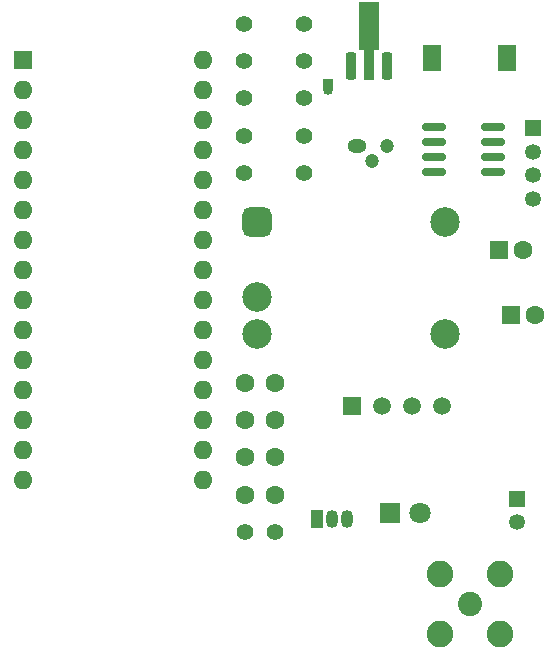
<source format=gbr>
%TF.GenerationSoftware,KiCad,Pcbnew,9.0.4*%
%TF.CreationDate,2026-01-27T05:17:12+01:00*%
%TF.ProjectId,weather station,77656174-6865-4722-9073-746174696f6e,rev?*%
%TF.SameCoordinates,Original*%
%TF.FileFunction,Soldermask,Top*%
%TF.FilePolarity,Negative*%
%FSLAX46Y46*%
G04 Gerber Fmt 4.6, Leading zero omitted, Abs format (unit mm)*
G04 Created by KiCad (PCBNEW 9.0.4) date 2026-01-27 05:17:12*
%MOMM*%
%LPD*%
G01*
G04 APERTURE LIST*
G04 Aperture macros list*
%AMRoundRect*
0 Rectangle with rounded corners*
0 $1 Rounding radius*
0 $2 $3 $4 $5 $6 $7 $8 $9 X,Y pos of 4 corners*
0 Add a 4 corners polygon primitive as box body*
4,1,4,$2,$3,$4,$5,$6,$7,$8,$9,$2,$3,0*
0 Add four circle primitives for the rounded corners*
1,1,$1+$1,$2,$3*
1,1,$1+$1,$4,$5*
1,1,$1+$1,$6,$7*
1,1,$1+$1,$8,$9*
0 Add four rect primitives between the rounded corners*
20,1,$1+$1,$2,$3,$4,$5,0*
20,1,$1+$1,$4,$5,$6,$7,0*
20,1,$1+$1,$6,$7,$8,$9,0*
20,1,$1+$1,$8,$9,$2,$3,0*%
%AMFreePoly0*
4,1,9,5.362500,-0.866500,1.237500,-0.866500,1.237500,-0.450000,-1.237500,-0.450000,-1.237500,0.450000,1.237500,0.450000,1.237500,0.866500,5.362500,0.866500,5.362500,-0.866500,5.362500,-0.866500,$1*%
G04 Aperture macros list end*
%ADD10C,1.600000*%
%ADD11C,1.400000*%
%ADD12RoundRect,0.150000X-0.825000X-0.150000X0.825000X-0.150000X0.825000X0.150000X-0.825000X0.150000X0*%
%ADD13R,1.500000X2.200000*%
%ADD14RoundRect,0.225000X0.225000X-0.925000X0.225000X0.925000X-0.225000X0.925000X-0.225000X-0.925000X0*%
%ADD15FreePoly0,90.000000*%
%ADD16R,1.350000X1.350000*%
%ADD17C,1.350000*%
%ADD18R,1.050000X1.500000*%
%ADD19O,1.050000X1.500000*%
%ADD20R,1.600000X1.600000*%
%ADD21O,1.600000X1.600000*%
%ADD22O,1.600000X1.200000*%
%ADD23C,1.200000*%
%ADD24R,1.800000X1.800000*%
%ADD25C,1.800000*%
%ADD26R,0.850000X0.850000*%
%ADD27C,0.850000*%
%ADD28C,2.050000*%
%ADD29C,2.250000*%
%ADD30R,1.500000X1.500000*%
%ADD31C,1.500000*%
%ADD32RoundRect,0.625000X-0.625000X-0.625000X0.625000X-0.625000X0.625000X0.625000X-0.625000X0.625000X0*%
%ADD33C,2.500000*%
%ADD34RoundRect,0.250000X-0.550000X-0.550000X0.550000X-0.550000X0.550000X0.550000X-0.550000X0.550000X0*%
G04 APERTURE END LIST*
D10*
%TO.C,C5*%
X80520000Y-62600000D03*
X83020000Y-62600000D03*
%TD*%
D11*
%TO.C,R7*%
X80420000Y-38500000D03*
X85500000Y-38500000D03*
%TD*%
D12*
%TO.C,U2*%
X96515000Y-34625000D03*
X96515000Y-35895000D03*
X96515000Y-37165000D03*
X96515000Y-38435000D03*
X101465000Y-38435000D03*
X101465000Y-37165000D03*
X101465000Y-35895000D03*
X101465000Y-34625000D03*
%TD*%
D13*
%TO.C,L1*%
X96290000Y-28750000D03*
X102690000Y-28750000D03*
%TD*%
D14*
%TO.C,Q1*%
X89500000Y-29450000D03*
D15*
X91000000Y-29362500D03*
D14*
X92500000Y-29450000D03*
%TD*%
D16*
%TO.C,BT1*%
X103500000Y-66100000D03*
D17*
X103500000Y-68100000D03*
%TD*%
D11*
%TO.C,R2*%
X80420000Y-25900000D03*
X85500000Y-25900000D03*
%TD*%
D18*
%TO.C,Q2*%
X86580000Y-67830000D03*
D19*
X87850000Y-67830000D03*
X89120000Y-67830000D03*
%TD*%
D11*
%TO.C,R5*%
X80420000Y-32200000D03*
X85500000Y-32200000D03*
%TD*%
D10*
%TO.C,C4*%
X80520000Y-59450000D03*
X83020000Y-59450000D03*
%TD*%
D20*
%TO.C,A1*%
X61670000Y-28910000D03*
D21*
X61670000Y-31450000D03*
X61670000Y-33990000D03*
X61670000Y-36530000D03*
X61670000Y-39070000D03*
X61670000Y-41610000D03*
X61670000Y-44150000D03*
X61670000Y-46690000D03*
X61670000Y-49230000D03*
X61670000Y-51770000D03*
X61670000Y-54310000D03*
X61670000Y-56850000D03*
X61670000Y-59390000D03*
X61670000Y-61930000D03*
X61670000Y-64470000D03*
X76910000Y-64470000D03*
X76910000Y-61930000D03*
X76910000Y-59390000D03*
X76910000Y-56850000D03*
X76910000Y-54310000D03*
X76910000Y-51770000D03*
X76910000Y-49230000D03*
X76910000Y-46690000D03*
X76910000Y-44150000D03*
X76910000Y-41610000D03*
X76910000Y-39070000D03*
X76910000Y-36530000D03*
X76910000Y-33990000D03*
X76910000Y-31450000D03*
X76910000Y-28910000D03*
%TD*%
D22*
%TO.C,Y1*%
X89960000Y-36221961D03*
D23*
X91230000Y-37491961D03*
X92500000Y-36221961D03*
%TD*%
D11*
%TO.C,R6*%
X80420000Y-35350000D03*
X85500000Y-35350000D03*
%TD*%
%TO.C,R1*%
X80520000Y-68900000D03*
X83060000Y-68900000D03*
%TD*%
%TO.C,R3*%
X80420000Y-29050000D03*
X85500000Y-29050000D03*
%TD*%
D24*
%TO.C,D1*%
X92780000Y-67310000D03*
D25*
X95320000Y-67310000D03*
%TD*%
D26*
%TO.C,J6*%
X87500000Y-31000000D03*
D27*
X87500000Y-31500000D03*
%TD*%
D16*
%TO.C,J4*%
X104880000Y-34700000D03*
D17*
X104880000Y-36700000D03*
X104880000Y-38700000D03*
X104880000Y-40700000D03*
%TD*%
D28*
%TO.C,AE1*%
X99500000Y-75000000D03*
D29*
X96960000Y-77540000D03*
X102040000Y-77540000D03*
X96960000Y-72460000D03*
X102040000Y-72460000D03*
%TD*%
D10*
%TO.C,C3*%
X80520000Y-56300000D03*
X83020000Y-56300000D03*
%TD*%
D30*
%TO.C,U3*%
X89510000Y-58250000D03*
D31*
X92050000Y-58250000D03*
X94590000Y-58250000D03*
X97130000Y-58250000D03*
%TD*%
D32*
%TO.C,U1*%
X81500000Y-42640000D03*
D33*
X81500000Y-48990000D03*
X81500000Y-52160000D03*
X97390000Y-52160000D03*
X97380000Y-42640000D03*
%TD*%
D34*
%TO.C,C2*%
X103044888Y-50500000D03*
D10*
X105044888Y-50500000D03*
%TD*%
D34*
%TO.C,C1*%
X102000000Y-45000000D03*
D10*
X104000000Y-45000000D03*
%TD*%
%TO.C,C6*%
X80520000Y-65750000D03*
X83020000Y-65750000D03*
%TD*%
M02*

</source>
